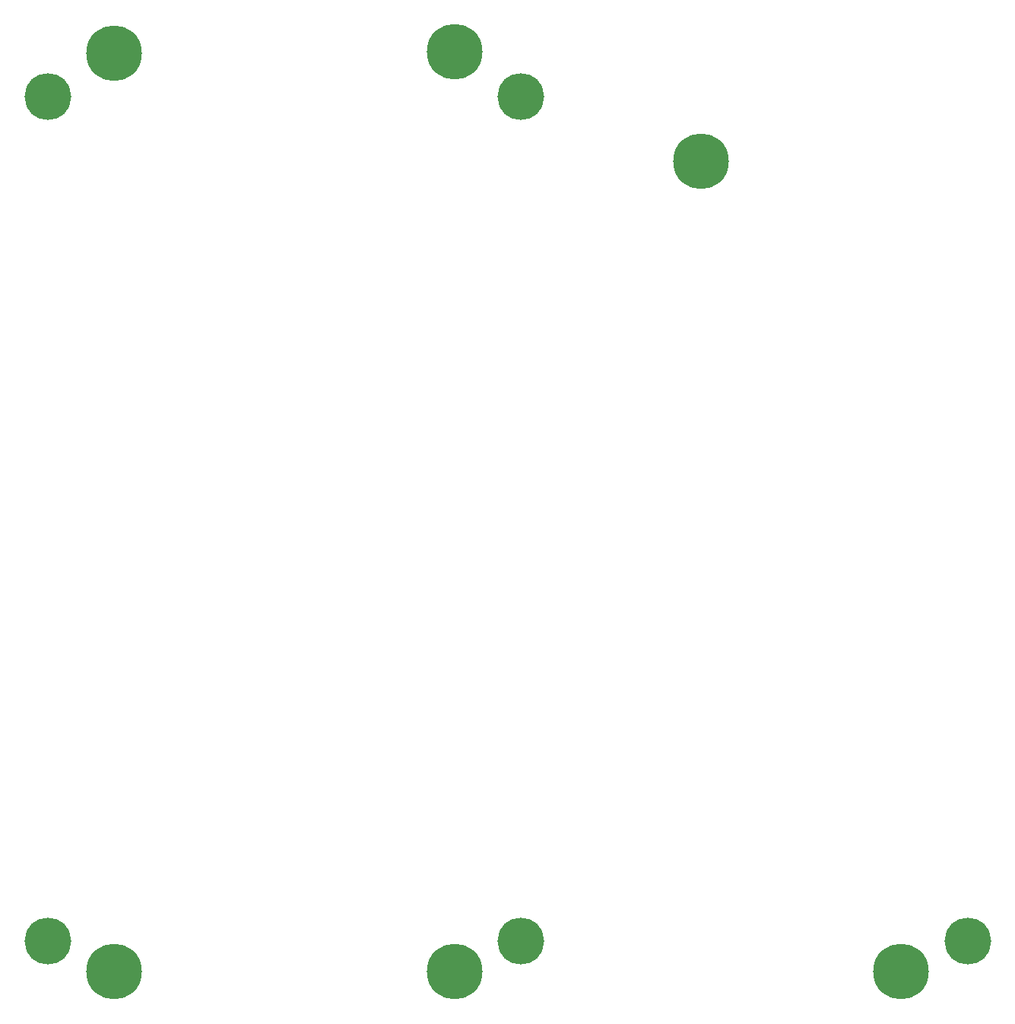
<source format=gts>
G04 Layer: TopSolderMaskLayer*
G04 EasyEDA v6.5.29, 2023-07-16 15:11:24*
G04 99f5339e4df7426c99419d12bbbac394,5a6b42c53f6a479593ecc07194224c93,10*
G04 Gerber Generator version 0.2*
G04 Scale: 100 percent, Rotated: No, Reflected: No *
G04 Dimensions in millimeters *
G04 leading zeros omitted , absolute positions ,4 integer and 5 decimal *
%FSLAX45Y45*%
%MOMM*%

%ADD10C,6.1932*%
%ADD11C,5.2032*%

%LPD*%
D10*
G01*
X1181100Y11341100D03*
G01*
X4978400Y11353800D03*
D11*
G01*
X444500Y10858500D03*
G01*
X5715000Y10858500D03*
G01*
X444601Y1455445D03*
G01*
X5715000Y1460500D03*
G01*
X10693400Y1460500D03*
D10*
G01*
X1181100Y1117600D03*
G01*
X4978400Y1117600D03*
G01*
X9944100Y1117600D03*
G01*
X7721600Y10134600D03*
M02*

</source>
